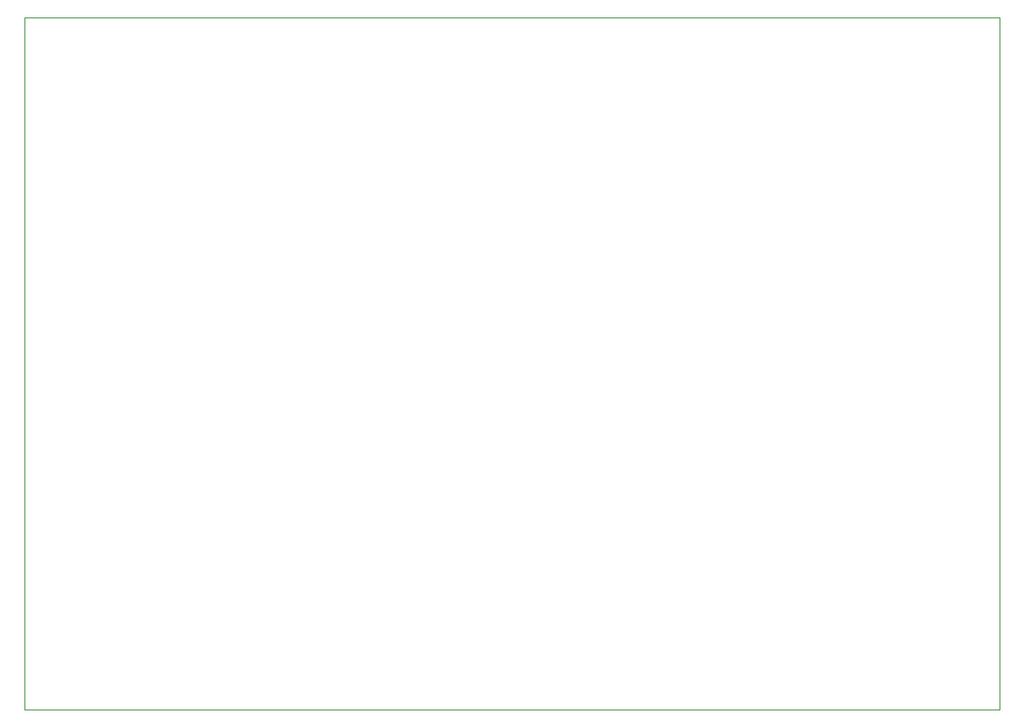
<source format=gbr>
%TF.GenerationSoftware,KiCad,Pcbnew,9.0.2-2.fc42*%
%TF.CreationDate,2025-07-04T09:44:32+12:00*%
%TF.ProjectId,smartclockpi,736d6172-7463-46c6-9f63-6b70692e6b69,rev?*%
%TF.SameCoordinates,Original*%
%TF.FileFunction,Profile,NP*%
%FSLAX46Y46*%
G04 Gerber Fmt 4.6, Leading zero omitted, Abs format (unit mm)*
G04 Created by KiCad (PCBNEW 9.0.2-2.fc42) date 2025-07-04 09:44:32*
%MOMM*%
%LPD*%
G01*
G04 APERTURE LIST*
%TA.AperFunction,Profile*%
%ADD10C,0.050000*%
%TD*%
G04 APERTURE END LIST*
D10*
X40000000Y-69000000D02*
X134480800Y-69000000D01*
X134480800Y-136113800D01*
X40000000Y-136113800D01*
X40000000Y-69000000D01*
M02*

</source>
